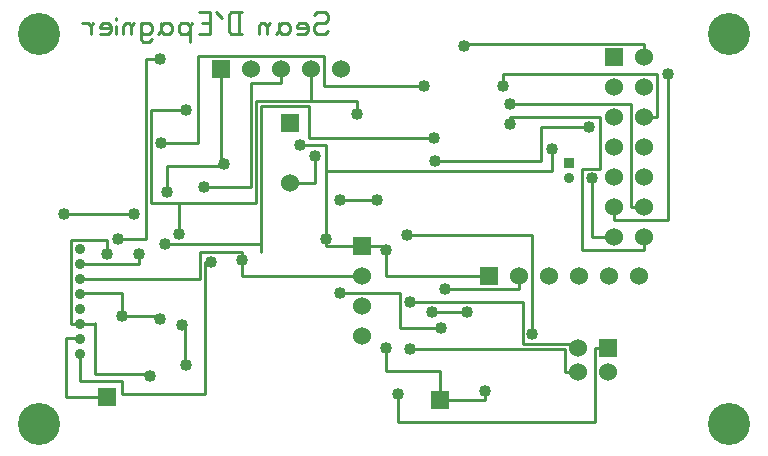
<source format=gbr>
G04 start of page 2 for group 0 idx 0
G04 Title: (unknown), solder *
G04 Creator: pcb 20070208 *
G04 CreationDate: Fri Aug 31 23:19:37 2007 UTC *
G04 For: sean *
G04 Format: Gerber/RS-274X *
G04 PCB-Dimensions: 250000 150000 *
G04 PCB-Coordinate-Origin: lower left *
%MOIN*%
%FSLAX24Y24*%
%LNBACK*%
%ADD11C,0.0100*%
%ADD12R,0.0600X0.0600*%
%ADD13C,0.0360*%
%ADD14C,0.0600*%
%ADD15R,0.0360X0.0360*%
%ADD16C,0.1400*%
%ADD17C,0.0400*%
%ADD18C,0.0380*%
%ADD19C,0.0200*%
%ADD20C,0.0280*%
%ADD21C,0.0900*%
%ADD22C,0.1250*%
G54D11*X2350Y5350D02*Y5360D01*
X3740D02*Y4620D01*
X2350Y5360D02*X3740D01*
X2350Y2440D02*X3740D01*
X2860Y2680D02*X4680D01*
Y2600D02*Y2680D01*
X1880Y1920D02*X2740D01*
X2350Y2440D02*Y3350D01*
X1880Y1920D02*Y1900D01*
Y3840D02*Y1920D01*
Y3860D02*X2350D01*
X3740Y2440D02*Y2013D01*
X3250Y1920D02*Y1900D01*
X2789Y1920D02*X3250D01*
X2350Y4350D02*X2050D01*
X2350Y3850D02*Y3860D01*
Y4350D02*Y4340D01*
X2860D02*Y2680D01*
Y4360D02*Y4340D01*
X2350D02*X2860D01*
X2350Y5850D02*X6347D01*
Y6739D01*
X4320Y6350D02*Y6679D01*
Y6350D02*X2350D01*
X1830Y8000D02*X4160D01*
X2050Y4350D02*Y7150D01*
X3250D01*
Y6670D01*
X5035Y4500D02*X5080Y4620D01*
X3740D01*
X4550Y7185D02*X3610D01*
X6520Y2013D02*X3740Y2013D01*
X6520Y6420D02*Y2013D01*
X5840Y4300D02*Y2960D01*
X5900D02*X5840D01*
X5760Y4320D02*Y4300D01*
X5840D01*
X10000Y11600D02*X8400D01*
X9050Y12360D02*Y12850D01*
X10050Y11780D02*Y12850D01*
X10505Y12264D02*X13817D01*
X10505D02*Y13270D01*
X8060Y12360D02*X9050D01*
X8230Y11780D02*X10050D01*
X11605D01*
Y11340D01*
X21150Y13670D02*Y13250D01*
X15140Y13670D02*X21150D01*
X15140D02*Y13600D01*
X16705Y11670D02*X20730D01*
X16465Y12670D02*Y12264D01*
Y12670D02*X21580D01*
Y11250D01*
X21150D01*
X17725Y9785D02*Y10905D01*
X18097Y9454D02*Y10170D01*
X17725Y10905D02*X19326D01*
X16705Y11235D02*Y11015D01*
Y11235D02*X19703D01*
X19090Y9513D02*X19703D01*
X10550Y9454D02*X18097D01*
X9680Y10314D02*X10550D01*
Y9454D02*Y10314D01*
X19703Y11235D02*Y9513D01*
X17725Y9785D02*X14180D01*
X8350Y7010D02*Y7005D01*
X6520Y6420D02*X6710Y6419D01*
X7759Y6739D02*Y6480D01*
Y5950D02*X11750D01*
X7759Y6480D02*Y5950D01*
X8400Y11600D02*Y6750D01*
X7050Y9600D02*X7200D01*
X7050D02*X7200D01*
X8060Y8893D02*X6490D01*
X5269Y9600D02*Y8731D01*
Y9600D02*X7050D01*
X5650Y8371D02*Y7330D01*
Y8371D02*X5790D01*
X8230D01*
X5650D02*X5790D01*
X6347Y6739D02*X7759D01*
X4735Y8371D02*Y11461D01*
X5180Y7005D02*X8350D01*
X4550Y7185D02*Y13180D01*
X4735Y8371D02*X5650D01*
X8060Y8893D02*Y12360D01*
X8230Y8371D02*Y11780D01*
X10000Y10550D02*Y11600D01*
X6276Y10360D02*X5055D01*
X4735Y11461D02*X5886D01*
X4550Y13180D02*X5030D01*
X6276Y13270D02*X10505D01*
X6276D02*Y10360D01*
X7050Y9600D02*Y12850D01*
X12565Y6950D02*X11750D01*
X12565Y6810D02*Y6950D01*
X10550Y7180D02*Y9454D01*
X11010Y8475D02*X12245D01*
X13240Y7320D02*X17428D01*
X12565Y5950D02*X16000D01*
X12565D02*Y6810D01*
X19410Y9193D02*Y7250D01*
X19090Y9513D02*Y6819D01*
X17428Y7320D02*Y4000D01*
X18530Y3490D02*Y2750D01*
X17107Y5059D02*Y3660D01*
X18950D01*
X19530Y3550D02*X19950D01*
X18950Y3660D02*Y3550D01*
X19410Y7250D02*X20150D01*
X20730Y11670D02*Y8250D01*
X21150D01*
Y6819D02*Y7250D01*
X19090Y6819D02*X21150D01*
X20150Y7819D02*Y8250D01*
X21957Y7819D02*Y12669D01*
Y7819D02*X20150D01*
X11750Y6950D02*X10550D01*
X14100Y4739D02*X15250D01*
X13025Y5370D02*Y4200D01*
X12940Y2000D02*Y1069D01*
X13025Y4200D02*X14380D01*
X12940Y1069D02*X19530D01*
Y3550D01*
X14525Y5519D02*X17000D01*
Y5950D01*
X14150Y10550D02*X10000D01*
X10202Y9929D02*Y9050D01*
X9350D01*
X10550Y7180D02*Y6950D01*
X18530Y2750D02*X18950D01*
X15840Y2110D02*Y1800D01*
X14350D01*
X13345Y3490D02*X18530D01*
X14350Y1800D02*Y2780D01*
X12550D01*
Y3530D02*Y3530D01*
Y3530D01*
Y2780D02*Y3530D01*
X13345Y5059D02*X17107D01*
X11010Y5370D02*X13025D01*
X10254Y14737D02*X10162Y14645D01*
X10254Y14737D02*X10528D01*
X10620Y14645D02*X10528Y14737D01*
X10620Y14462D02*Y14645D01*
Y14462D02*X10528Y14371D01*
X10254D02*X10528D01*
X10254D02*X10162Y14279D01*
Y14096D02*Y14279D01*
X10254Y14005D02*X10162Y14096D01*
X10254Y14005D02*X10528D01*
X10620Y14096D02*X10528Y14005D01*
X9576D02*X9851D01*
X9942Y14096D02*X9851Y14005D01*
X9942Y14096D02*Y14279D01*
X9851Y14371D01*
X9668D02*X9851D01*
X9668D02*X9576Y14279D01*
Y14188D02*X9942D01*
X9576D02*Y14279D01*
X9082Y14371D02*X8991Y14279D01*
X9082Y14371D02*X9265D01*
X9357Y14279D02*X9265Y14371D01*
X9357Y14096D02*Y14279D01*
Y14096D02*X9265Y14005D01*
X8991Y14096D02*Y14371D01*
Y14096D02*X8899Y14005D01*
X9082D02*X9265D01*
X9082D02*X8991Y14096D01*
X8588Y14005D02*Y14279D01*
X8496Y14371D01*
X8405D02*X8496D01*
X8405D02*X8313Y14279D01*
Y14005D02*Y14279D01*
X8679Y14371D02*X8588Y14279D01*
X7673Y14005D02*Y14737D01*
X7398D02*X7307Y14645D01*
Y14096D02*Y14645D01*
X7398Y14005D02*X7307Y14096D01*
X7398Y14005D02*X7764D01*
X7398Y14737D02*X7764D01*
X7087Y14554D02*X6904Y14737D01*
X6410Y14371D02*X6684D01*
X6318Y14005D02*X6684D01*
Y14737D01*
X6318D02*X6684D01*
X6007Y13730D02*Y14279D01*
X6098Y14371D02*X6007Y14279D01*
X5915Y14371D01*
X5732D02*X5915D01*
X5732D02*X5641Y14279D01*
Y14096D02*Y14279D01*
X5732Y14005D02*X5641Y14096D01*
X5732Y14005D02*X5915D01*
X6007Y14096D02*X5915Y14005D01*
X5146Y14371D02*X5055Y14279D01*
X5146Y14371D02*X5329D01*
X5421Y14279D02*X5329Y14371D01*
X5421Y14096D02*Y14279D01*
Y14096D02*X5329Y14005D01*
X5055Y14096D02*Y14371D01*
Y14096D02*X4963Y14005D01*
X5146D02*X5329D01*
X5146D02*X5055Y14096D01*
X4469Y14371D02*X4378Y14279D01*
X4469Y14371D02*X4652D01*
X4744Y14279D02*X4652Y14371D01*
X4744Y14096D02*Y14279D01*
Y14096D02*X4652Y14005D01*
X4469D02*X4652D01*
X4469D02*X4378Y14096D01*
X4744Y13822D02*X4652Y13730D01*
X4469D02*X4652D01*
X4469D02*X4378Y13822D01*
Y14371D01*
X4066Y14005D02*Y14279D01*
X3975Y14371D01*
X3883D02*X3975D01*
X3883D02*X3792Y14279D01*
Y14005D02*Y14279D01*
X4158Y14371D02*X4066Y14279D01*
X3572Y14462D02*Y14554D01*
Y14005D02*Y14279D01*
X3023Y14005D02*X3297D01*
X3389Y14096D02*X3297Y14005D01*
X3389Y14096D02*Y14279D01*
X3297Y14371D01*
X3114D02*X3297D01*
X3114D02*X3023Y14279D01*
Y14188D02*X3389D01*
X3023D02*Y14279D01*
X2712Y14005D02*Y14279D01*
X2620Y14371D01*
X2437D02*X2620D01*
X2803D02*X2712Y14279D01*
G54D12*X3250Y1900D03*
G54D13*X2350Y6850D03*
Y6350D03*
Y5850D03*
Y5350D03*
Y4850D03*
Y4350D03*
Y3850D03*
Y3350D03*
G54D14*X20150Y11250D03*
X21150D03*
X20150Y10250D03*
X21150D03*
G54D12*X9350Y11050D03*
X20150Y13250D03*
G54D14*X21150D03*
X20150Y12250D03*
X21150D03*
X10050Y12850D03*
X11050D03*
X20150Y9250D03*
X9350Y9050D03*
G54D13*X18650Y9200D03*
G54D15*Y9700D03*
G54D14*X21150Y8250D03*
Y7250D03*
G54D12*X7050Y12850D03*
G54D14*X8050D03*
X9050D03*
X21150Y9250D03*
X20150Y8250D03*
Y7250D03*
G54D12*X14350Y1800D03*
G54D14*X11750Y5950D03*
Y4950D03*
Y3950D03*
G54D12*X19950Y3550D03*
G54D14*Y2750D03*
X18950Y3550D03*
Y2750D03*
G54D12*X11750Y6950D03*
X16000Y5950D03*
G54D14*X17000D03*
X18000D03*
X19000D03*
X20000D03*
X21000D03*
G54D16*X24000Y1000D03*
G54D17*X17428Y4000D03*
X15840Y2110D03*
X13345Y3490D03*
X12550Y3530D03*
G54D16*X1000Y14000D03*
G54D17*X5030Y13180D03*
X3610Y7185D03*
X10550Y7180D03*
X10202Y9929D03*
X9680Y10314D03*
X12245Y8475D03*
X11010D03*
X4160Y8000D03*
X1830D03*
X5055Y10360D03*
X5269Y8731D03*
X6490Y8893D03*
X7160Y9680D03*
X5180Y7005D03*
X5650Y7330D03*
X11605Y11340D03*
X5886Y11461D03*
X12940Y2000D03*
X12565Y6810D03*
G54D16*X1000Y1000D03*
G54D17*X3250Y6670D03*
X4320Y6679D03*
X3740Y4620D03*
X5760Y4320D03*
X5035Y4500D03*
X6710Y6419D03*
X11010Y5370D03*
X7759Y6480D03*
X4680Y2600D03*
X5900Y2960D03*
X13345Y5059D03*
X15140Y13600D03*
X14150Y10550D03*
X14180Y9785D03*
X13817Y12264D03*
X14100Y4739D03*
X14380Y4200D03*
X14525Y5519D03*
X15250Y4739D03*
X13240Y7320D03*
G54D16*X24000Y14000D03*
G54D17*X21957Y12669D03*
X16705Y11015D03*
Y11670D03*
X16465Y12264D03*
X19326Y10905D03*
X19410Y9193D03*
X18097Y10170D03*
G54D18*G54D19*G54D18*G54D20*G54D18*G54D20*G54D19*G54D18*G54D20*G54D21*G54D18*G54D22*G54D19*G54D22*G54D19*G54D22*G54D19*G54D22*G54D19*M02*

</source>
